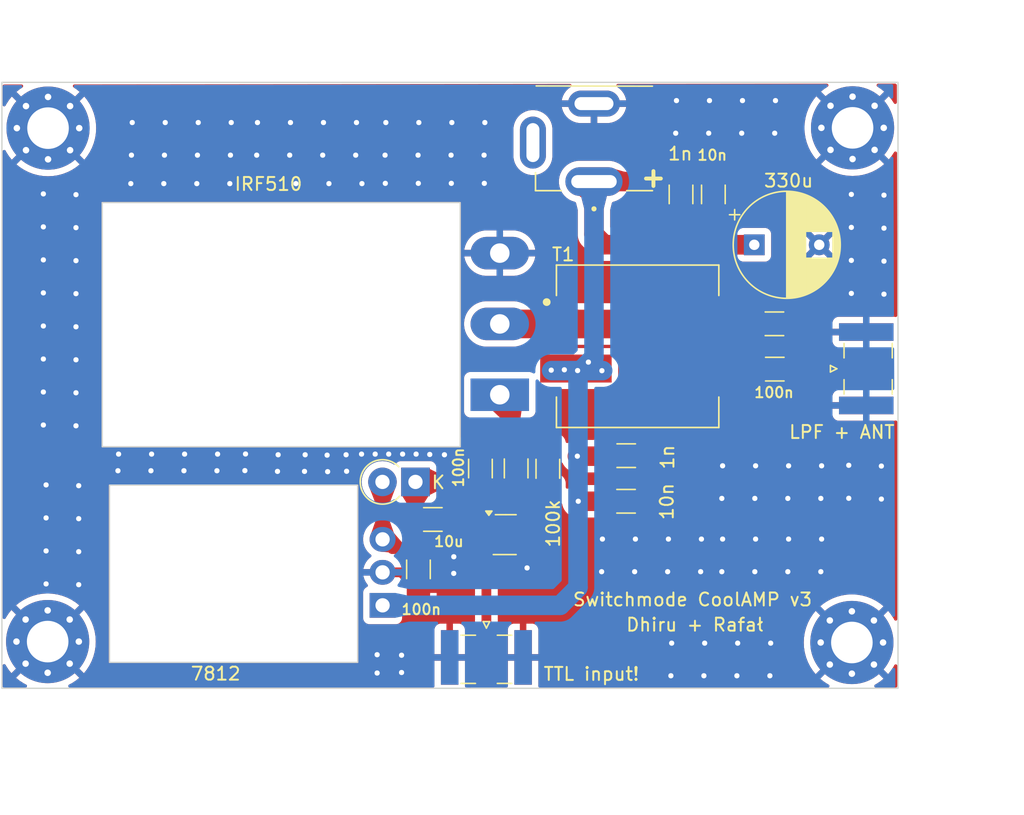
<source format=kicad_pcb>
(kicad_pcb (version 20240225) (generator "pcbnew") (generator_version "8.99")
  (layers (0 "F.Cu" signal) (31 "B.Cu" signal) (35 "F.Paste" user) (37 "F.SilkS" user "F.Silkscreen") (38 "B.Mask" user) (39 "F.Mask" user) (44 "Edge.Cuts" user))
  (net 0 "")
  (net 1 "GND")
  (net 2 "Net-(Q1-G)")
  (net 3 "/DRAIN")
  (net 4 "Net-(RF_OUT1-In)")
  (net 6 "Net-(D1-A)")
  (net 7 "11.5V")
  (net 8 "Net-(U2-OUT)")
  (net 9 "Net-(RF_IN1-In)")
  (net 10 "Net-(C3-Pad2)")
  (net 11 "+VDC")
  (footprint "MountingHole:MountingHole_3.2mm_M3_Pad_Via" (layer "F.Cu") (at 141.8 105.72)
    (property "Reference" "H3" (hide yes))
    (property "Value" "MountingHole_Pad" (hide yes))
    (pad "1" thru_hole circle (at -2.4 0) (size 0.8 0.8) (drill 0.5) (layers "*.Cu" "*.Mask") (net 1 "GND"))
    (pad "1" thru_hole circle (at -1.697056 -1.697056) (size 0.8 0.8) (drill 0.5) (layers "*.Cu" "*.Mask") (net 1 "GND"))
    (pad "1" thru_hole circle (at -1.697056 1.697056) (size 0.8 0.8) (drill 0.5) (layers "*.Cu" "*.Mask") (net 1 "GND"))
    (pad "1" thru_hole circle (at 0 -2.4) (size 0.8 0.8) (drill 0.5) (layers "*.Cu" "*.Mask") (net 1 "GND"))
    (pad "1" thru_hole circle (at 0 0) (size 6.4 6.4) (drill 3.2) (layers "*.Cu" "*.Mask") (net 1 "GND"))
    (pad "1" thru_hole circle (at 0 2.4) (size 0.8 0.8) (drill 0.5) (layers "*.Cu" "*.Mask") (net 1 "GND"))
    (pad "1" thru_hole circle (at 1.697056 -1.697056) (size 0.8 0.8) (drill 0.5) (layers "*.Cu" "*.Mask") (net 1 "GND"))
    (pad "1" thru_hole circle (at 1.697056 1.697056) (size 0.8 0.8) (drill 0.5) (layers "*.Cu" "*.Mask") (net 1 "GND"))
    (pad "1" thru_hole circle (at 2.4 0) (size 0.8 0.8) (drill 0.5) (layers "*.Cu" "*.Mask") (net 1 "GND"))
  )
  (footprint "Connector_Coaxial:SMA_Samtec_SMA-J-P-X-ST-EM1_EdgeMount" (layer "F.Cu") (at 204.8075 84.72 90)
    (property "Reference" "RF_OUT1" (hide yes))
    (property "Value" "SMA" (hide yes))
    (pad "1" smd rect (at 0 0.2 90) (size 1.27 3.6) (layers "F.Cu" "F.Paste" "F.Mask") (net 4 "Net-(RF_OUT1-In)"))
    (pad "2" smd rect (at -2.825 0 90) (size 1.35 4.2) (layers "F.Cu" "F.Paste" "F.Mask") (net 1 "GND"))
    (pad "2" smd rect (at -2.825 0 90) (size 1.35 4.2) (layers "B.Cu" "B.Paste" "B.Mask") (net 1 "GND"))
    (pad "2" smd rect (at 2.825 0 90) (size 1.35 4.2) (layers "F.Cu" "F.Paste" "F.Mask") (net 1 "GND"))
    (pad "2" smd rect (at 2.825 0 90) (size 1.35 4.2) (layers "B.Cu" "B.Paste" "B.Mask") (net 1 "GND"))
  )
  (footprint "Capacitor_SMD:C_1206_3216Metric_Pad1.33x1.80mm_HandSolder" (layer "F.Cu") (at 186.32 94.92)
    (property "Reference" "C12" (hide yes))
    (property "Value" "10n" (at 3.14 0.02 90) (layer "F.SilkS"))
    (pad "1" smd roundrect (at -1.5625 0) (size 1.325 1.8) (layers "F.Cu" "F.Paste" "F.Mask") (roundrect_rratio 0.188679) (net 11 "+VDC"))
    (pad "2" smd roundrect (at 1.5625 0) (size 1.325 1.8) (layers "F.Cu" "F.Paste" "F.Mask") (roundrect_rratio 0.188679) (net 1 "GND"))
  )
  (footprint "footprints:XKB_DC-005-5A-2.0_Modded" (layer "F.Cu") (at 183.85 64.3125 -90)
    (property "Reference" "Power1" (hide yes))
    (property "Value" "DC-005 (Barrel Jack)" (hide yes))
    (pad "1" thru_hole oval (at 6 0 270) (size 2.2 4.4) (drill oval 1 3.5) (layers "*.Cu" "*.Mask") (net 11 "+VDC"))
    (pad "2" thru_hole oval (at 0 0 270) (size 2 4) (drill oval 1 3) (layers "*.Cu" "*.Mask") (net 1 "GND"))
    (pad "3" thru_hole oval (at 3 4.7 270) (size 4 2) (drill oval 3 1) (layers "*.Cu" "*.Mask"))
  )
  (footprint "Capacitor_SMD:C_1206_3216Metric_Pad1.33x1.80mm_HandSolder" (layer "F.Cu") (at 171.45 96.32)
    (property "Reference" "C9" (hide yes))
    (property "Value" "10u" (at 1.23 1.7 180) (layer "F.SilkS") (effects (font (size 0.8 0.8))))
    (pad "1" smd roundrect (at -1.5625 0) (size 1.325 1.8) (layers "F.Cu" "F.Paste" "F.Mask") (roundrect_rratio 0.1886792453) (net 7 "11.5V"))
    (pad "2" smd roundrect (at 1.5625 0) (size 1.325 1.8) (layers "F.Cu" "F.Paste" "F.Mask") (roundrect_rratio 0.1886792453) (net 1 "GND"))
  )
  (footprint "Capacitor_SMD:C_1206_3216Metric_Pad1.33x1.80mm_HandSolder" (layer "F.Cu") (at 175.11 92.4 90)
    (property "Reference" "C4" (hide yes))
    (property "Value" "100n" (at 0.0775 -1.69 -90) (layer "F.SilkS") (effects (font (size 0.8 0.8))))
    (pad "1" smd roundrect (at -1.5625 0 90) (size 1.325 1.8) (layers "F.Cu" "F.Paste" "F.Mask") (roundrect_rratio 0.1886792453) (net 7 "11.5V"))
    (pad "2" smd roundrect (at 1.5625 0 90) (size 1.325 1.8) (layers "F.Cu" "F.Paste" "F.Mask") (roundrect_rratio 0.1886792453) (net 1 "GND"))
  )
  (footprint "MountingHole:MountingHole_3.2mm_M3_Pad_Via" (layer "F.Cu") (at 203.7 105.79)
    (property "Reference" "H4" (hide yes))
    (property "Value" "MountingHole_Pad" (hide yes))
    (pad "1" thru_hole circle (at -2.4 0) (size 0.8 0.8) (drill 0.5) (layers "*.Cu" "*.Mask") (net 1 "GND"))
    (pad "1" thru_hole circle (at -1.697056 -1.697056) (size 0.8 0.8) (drill 0.5) (layers "*.Cu" "*.Mask") (net 1 "GND"))
    (pad "1" thru_hole circle (at -1.697056 1.697056) (size 0.8 0.8) (drill 0.5) (layers "*.Cu" "*.Mask") (net 1 "GND"))
    (pad "1" thru_hole circle (at 0 -2.4) (size 0.8 0.8) (drill 0.5) (layers "*.Cu" "*.Mask") (net 1 "GND"))
    (pad "1" thru_hole circle (at 0 0) (size 6.4 6.4) (drill 3.2) (layers "*.Cu" "*.Mask") (net 1 "GND"))
    (pad "1" thru_hole circle (at 0 2.4) (size 0.8 0.8) (drill 0.5) (layers "*.Cu" "*.Mask") (net 1 "GND"))
    (pad "1" thru_hole circle (at 1.697056 -1.697056) (size 0.8 0.8) (drill 0.5) (layers "*.Cu" "*.Mask") (net 1 "GND"))
    (pad "1" thru_hole circle (at 1.697056 1.697056) (size 0.8 0.8) (drill 0.5) (layers "*.Cu" "*.Mask") (net 1 "GND"))
    (pad "1" thru_hole circle (at 2.4 0) (size 0.8 0.8) (drill 0.5) (layers "*.Cu" "*.Mask") (net 1 "GND"))
  )
  (footprint "Package_TO_SOT_THT:TO-220-3_Horizontal_TabDown" (layer "F.Cu") (at 167.58 102.93 90)
    (property "Reference" "U3" (hide yes))
    (property "Value" "LM7812_TO220" (hide yes))
    (pad "" np_thru_hole oval (at 2.54 -16.66 90) (size 3.5 3.5) (drill 3.5) (layers "*.Cu" "*.Mask"))
    (pad "1" thru_hole rect (at 0 0 90) (size 1.905 2) (drill 1.1) (layers "*.Cu" "*.Mask") (net 11 "+VDC"))
    (pad "2" thru_hole oval (at 2.54 0 90) (size 1.905 2) (drill 1.1) (layers "*.Cu" "*.Mask") (net 1 "GND"))
    (pad "3" thru_hole oval (at 5.08 0 90) (size 1.905 2) (drill 1.1) (layers "*.Cu" "*.Mask") (net 6 "Net-(D1-A)"))
  )
  (footprint "Capacitor_SMD:C_1206_3216Metric_Pad1.33x1.80mm_HandSolder" (layer "F.Cu") (at 197.74 81.26)
    (property "Reference" "C1" (hide yes))
    (property "Value" "100p" (hide yes))
    (pad "1" smd roundrect (at -1.5625 0) (size 1.325 1.8) (layers "F.Cu" "F.Paste" "F.Mask") (roundrect_rratio 0.1886792453) (net 3 "/DRAIN"))
    (pad "2" smd roundrect (at 1.5625 0) (size 1.325 1.8) (layers "F.Cu" "F.Paste" "F.Mask") (roundrect_rratio 0.1886792453) (net 1 "GND"))
  )
  (footprint "Connector_Coaxial:SMA_Samtec_SMA-J-P-X-ST-EM1_EdgeMount" (layer "F.Cu") (at 175.57 106.94)
    (property "Reference" "RF_IN1" (hide yes))
    (property "Value" "SMA" (hide yes))
    (pad "1" smd rect (at 0 0.2) (size 1.27 3.6) (layers "F.Cu" "F.Paste" "F.Mask") (net 9 "Net-(RF_IN1-In)"))
    (pad "2" smd rect (at -2.825 0) (size 1.35 4.2) (layers "F.Cu" "F.Paste" "F.Mask") (net 1 "GND"))
    (pad "2" smd rect (at -2.825 0) (size 1.35 4.2) (layers "B.Cu" "B.Paste" "B.Mask") (net 1 "GND"))
    (pad "2" smd rect (at 2.825 0) (size 1.35 4.2) (layers "F.Cu" "F.Paste" "F.Mask") (net 1 "GND"))
    (pad "2" smd rect (at 2.825 0) (size 1.35 4.2) (layers "B.Cu" "B.Paste" "B.Mask") (net 1 "GND"))
  )
  (footprint "footprints:TO-247-3_Horizontal_TabDown_Modded" (layer "F.Cu") (at 176.6 86.72 90)
    (property "Reference" "Q1" (hide yes))
    (property "Value" "IRF510" (hide yes))
    (pad "" np_thru_hole oval (at 5.45 -19.86 90) (size 3.6 3.6) (drill 3.6) (layers "*.Cu" "*.Mask"))
    (pad "1" thru_hole rect (at 0 0 90) (size 2.5 4.5) (drill 1.5) (layers "*.Cu" "*.Mask") (net 2 "Net-(Q1-G)"))
    (pad "2" thru_hole oval (at 5.45 0 90) (size 2.5 4.5) (drill 1.5) (layers "*.Cu" "*.Mask") (net 3 "/DRAIN"))
    (pad "3" thru_hole oval (at 10.9 0 90) (size 2.5 4.5) (drill 1.5) (layers "*.Cu" "*.Mask") (net 1 "GND"))
  )
  (footprint "Capacitor_SMD:C_1206_3216Metric_Pad1.33x1.80mm_HandSolder" (layer "F.Cu") (at 197.7675 84.75 180)
    (property "Reference" "C3" (hide yes))
    (property "Value" "100n" (at 0.06 -1.8 180) (layer "F.SilkS") (effects (font (size 0.8 0.8))))
    (pad "1" smd roundrect (at -1.5625 0 180) (size 1.325 1.8) (layers "F.Cu" "F.Paste" "F.Mask") (roundrect_rratio 0.1886792453) (net 4 "Net-(RF_OUT1-In)"))
    (pad "2" smd roundrect (at 1.5625 0 180) (size 1.325 1.8) (layers "F.Cu" "F.Paste" "F.Mask") (roundrect_rratio 0.1886792453) (net 10 "Net-(C3-Pad2)"))
  )
  (footprint "Diode_THT:D_DO-41_SOD81_P2.54mm_Vertical_KathodeUp" (layer "F.Cu") (at 170.11 93.43 180)
    (property "Reference" "D1" (hide yes))
    (property "Value" "1N4007" (hide yes))
    (fp_text user "K" (at -1.761766 -0.04 180) (layer "F.SilkS"))
    (pad "1" thru_hole rect (at 0 0 180) (size 2.2 2.2) (drill 1.1) (layers "*.Cu" "*.Mask") (net 7 "11.5V"))
    (pad "2" thru_hole oval (at 2.54 0 180) (size 2.2 2.2) (drill 1.1) (layers "*.Cu" "*.Mask") (net 6 "Net-(D1-A)"))
  )
  (footprint "Package_TO_SOT_SMD:TSOT-23-5_HandSoldering" (layer "F.Cu") (at 176.98 97.4625)
    (property "Reference" "U2" (hide yes))
    (property "Value" "UCC27517DBVR" (hide yes))
    (pad "1" smd roundrect (at -1.71 -0.95) (size 2 0.65) (layers "F.Cu" "F.Paste" "F.Mask") (net 7 "11.5V"))
    (pad "2" smd roundrect (at -1.71 0) (size 2 0.65) (layers "F.Cu" "F.Paste" "F.Mask") (net 1 "GND"))
    (pad "3" smd roundrect (at -1.71 0.95) (size 2 0.65) (layers "F.Cu" "F.Paste" "F.Mask") (net 9 "Net-(RF_IN1-In)"))
    (pad "4" smd roundrect (at 1.71 0.95) (size 2 0.65) (layers "F.Cu" "F.Paste" "F.Mask") (net 1 "GND"))
    (pad "5" smd roundrect (at 1.71 -0.95) (size 2 0.65) (layers "F.Cu" "F.Paste" "F.Mask") (net 8 "Net-(U2-OUT)"))
  )
  (footprint "Capacitor_THT:CP_Radial_D8.0mm_P5.00mm" (layer "F.Cu") (at 196.187349 75.18)
    (property "Reference" "C6" (hide yes))
    (property "Value" "330u" (at 2.642651 -4.93 0) (layer "F.SilkS"))
    (pad "1" thru_hole rect (at 0 0) (size 1.6 1.6) (drill 0.8) (layers "*.Cu" "*.Mask") (net 11 "+VDC"))
    (pad "2" thru_hole circle (at 5 0) (size 1.6 1.6) (drill 0.8) (layers "*.Cu" "*.Mask") (net 1 "GND"))
  )
  (footprint "footprints:IND_SRF1260A-4R7Y-Longer-Pads" (layer "F.Cu") (at 187.21 82.99)
    (property "Reference" "T1" (at -5.725 -7.065 0) (layer "F.SilkS") (effects (font (size 1.001409 1.001409))))
    (property "Value" "SRF1260A-4R7Y" (hide yes))
    (pad "1" smd rect (at -4.75 -1.715 180) (size 5.5 2.15) (layers "F.Cu" "F.Paste" "F.Mask") (net 3 "/DRAIN"))
    (pad "2" smd rect (at -4.75 1.715 180) (size 5.5 2.15) (layers "F.Cu" "F.Paste" "F.Mask") (net 11 "+VDC"))
    (pad "3" smd rect (at 4.75 1.715 180) (size 5.5 2.15) (layers "F.Cu" "F.Paste" "F.Mask") (net 10 "Net-(C3-Pad2)"))
    (pad "4" smd rect (at 4.75 -1.715 180) (size 5.5 2.15) (layers "F.Cu" "F.Paste" "F.Mask") (net 3 "/DRAIN"))
  )
  (footprint "MountingHole:MountingHole_3.2mm_M3_Pad_Via" (layer "F.Cu") (at 141.83 66.2)
    (property "Reference" "H1" (hide yes))
    (property "Value" "MountingHole_Pad" (hide yes))
    (pad "1" thru_hole circle (at -2.4 0) (size 0.8 0.8) (drill 0.5) (layers "*.Cu" "*.Mask") (net 1 "GND"))
    (pad "1" thru_hole circle (at -1.697056 -1.697056) (size 0.8 0.8) (drill 0.5) (layers "*.Cu" "*.Mask") (net 1 "GND"))
    (pad "1" thru_hole circle (at -1.697056 1.697056) (size 0.8 0.8) (drill 0.5) (layers "*.Cu" "*.Mask") (net 1 "GND"))
    (pad "1" thru_hole circle (at 0 -2.4) (size 0.8 0.8) (drill 0.5) (layers "*.Cu" "*.Mask") (net 1 "GND"))
    (pad "1" thru_hole circle (at 0 0) (size 6.4 6.4) (drill 3.2) (layers "*.Cu" "*.Mask") (net 1 "GND"))
    (pad "1" thru_hole circle (at 0 2.4) (size 0.8 0.8) (drill 0.5) (layers "*.Cu" "*.Mask") (net 1 "GND"))
    (pad "1" thru_hole circle (at 1.697056 -1.697056) (size 0.8 0.8) (drill 0.5) (layers "*.Cu" "*.Mask") (net 1 "GND"))
    (pad "1" thru_hole circle (at 1.697056 1.697056) (size 0.8 0.8) (drill 0.5) (layers "*.Cu" "*.Mask") (net 1 "GND"))
    (pad "1" thru_hole circle (at 2.4 0) (size 0.8 0.8) (drill 0.5) (layers "*.Cu" "*.Mask") (net 1 "GND"))
  )
  (footprint "Capacitor_SMD:C_1206_3216Metric_Pad1.33x1.80mm_HandSolder" (layer "F.Cu") (at 193.04 71.3 90)
    (property "Reference" "C5" (hide yes))
    (property "Value" "10n" (at 3.02 -0.09 0) (layer "F.SilkS") (effects (font (size 0.8 0.8))))
    (pad "1" smd roundrect (at -1.5625 0 90) (size 1.325 1.8) (layers "F.Cu" "F.Paste" "F.Mask") (roundrect_rratio 0.1886792453) (net 11 "+VDC"))
    (pad "2" smd roundrect (at 1.5625 0 90) (size 1.325 1.8) (layers "F.Cu" "F.Paste" "F.Mask") (roundrect_rratio 0.1886792453) (net 1 "GND"))
  )
  (footprint "Capacitor_SMD:C_1206_3216Metric_Pad1.33x1.80mm_HandSolder" (layer "F.Cu") (at 170.34 100.16 -90)
    (property "Reference" "C8" (hide yes))
    (property "Value" "100n" (at 3.0875 -0.22 180) (layer "F.SilkS") (effects (font (size 0.8 0.8))))
    (pad "1" smd roundrect (at -1.5625 0 270) (size 1.325 1.8) (layers "F.Cu" "F.Paste" "F.Mask") (roundrect_rratio 0.1886792453) (net 6 "Net-(D1-A)"))
    (pad "2" smd roundrect (at 1.5625 0 270) (size 1.325 1.8) (layers "F.Cu" "F.Paste" "F.Mask") (roundrect_rratio 0.1886792453) (net 1 "GND"))
  )
  (footprint "Capacitor_SMD:C_1206_3216Metric_Pad1.33x1.80mm_HandSolder" (layer "F.Cu") (at 190.55 71.3 90)
    (property "Reference" "C10" (hide yes))
    (property "Value" "1n" (at 3.13 -0.06 0) (layer "F.SilkS"))
    (pad "1" smd roundrect (at -1.5625 0 90) (size 1.325 1.8) (layers "F.Cu" "F.Paste" "F.Mask") (roundrect_rratio 0.1886792453) (net 11 "+VDC"))
    (pad "2" smd roundrect (at 1.5625 0 90) (size 1.325 1.8) (layers "F.Cu" "F.Paste" "F.Mask") (roundrect_rratio 0.1886792453) (net 1 "GND"))
  )
  (footprint "MountingHole:MountingHole_3.2mm_M3_Pad_Via" (layer "F.Cu") (at 203.752944 66.177944)
    (property "Reference" "H2" (hide yes))
    (property "Value" "MountingHole_Pad" (hide yes))
    (pad "1" thru_hole circle (at -2.4 0) (size 0.8 0.8) (drill 0.5) (layers "*.Cu" "*.Mask") (net 1 "GND"))
    (pad "1" thru_hole circle (at -1.697056 -1.697056) (size 0.8 0.8) (drill 0.5) (layers "*.Cu" "*.Mask") (net 1 "GND"))
    (pad "1" thru_hole circle (at -1.697056 1.697056) (size 0.8 0.8) (drill 0.5) (layers "*.Cu" "*.Mask") (net 1 "GND"))
    (pad "1" thru_hole circle (at 0 -2.4) (size 0.8 0.8) (drill 0.5) (layers "*.Cu" "*.Mask") (net 1 "GND"))
    (pad "1" thru_hole circle (at 0 0) (size 6.4 6.4) (drill 3.2) (layers "*.Cu" "*.Mask") (net 1 "GND"))
    (pad "1" thru_hole circle (at 0 2.4) (size 0.8 0.8) (drill 0.5) (layers "*.Cu" "*.Mask") (net 1 "GND"))
    (pad "1" thru_hole circle (at 1.697056 -1.697056) (size 0.8 0.8) (drill 0.5) (layers "*.Cu" "*.Mask") (net 1 "GND"))
    (pad "1" thru_hole circle (at 1.697056 1.697056) (size 0.8 0.8) (drill 0.5) (layers "*.Cu" "*.Mask") (net 1 "GND"))
    (pad "1" thru_hole circle (at 2.4 0) (size 0.8 0.8) (drill 0.5) (layers "*.Cu" "*.Mask") (net 1 "GND"))
  )
  (footprint "Resistor_SMD:R_1206_3216Metric_Pad1.30x1.75mm_HandSolder" (layer "F.Cu") (at 177.86 92.39 -90)
    (property "Reference" "R2" (hide yes))
    (property "Value" "3.3" (hide yes))
    (pad "1" smd roundrect (at -1.55 0 270) (size 1.3 1.75) (layers "F.Cu" "F.Paste" "F.Mask") (roundrect_rratio 0.1923076923) (net 2 "Net-(Q1-G)"))
    (pad "2" smd roundrect (at 1.55 0 270) (size 1.3 1.75) (layers "F.Cu" "F.Paste" "F.Mask") (roundrect_rratio 0.1923076923) (net 8 "Net-(U2-OUT)"))
  )
  (footprint "Resistor_SMD:R_1206_3216Metric_Pad1.30x1.75mm_HandSolder" (layer "F.Cu") (at 180.3 92.42 -90)
    (property "Reference" "R3" (hide yes))
    (property "Value" "100k" (at 4.21 -0.41 90) (layer "F.SilkS"))
    (pad "1" smd roundrect (at -1.55 0 270) (size 1.3 1.75) (layers "F.Cu" "F.Paste" "F.Mask") (roundrect_rratio 0.1923076923) (net 2 "Net-(Q1-G)"))
    (pad "2" smd roundrect (at 1.55 0 270) (size 1.3 1.75) (layers "F.Cu" "F.Paste" "F.Mask") (roundrect_rratio 0.1923076923) (net 1 "GND"))
  )
  (footprint "Capacitor_SMD:C_1206_3216Metric_Pad1.33x1.80mm_HandSolder" (layer "F.Cu") (at 186.3325 91.41)
    (property "Reference" "C2" (hide yes))
    (property "Value" "1n" (at 3.1775 0.11 90) (layer "F.SilkS"))
    (pad "1" smd roundrect (at -1.5625 0) (size 1.325 1.8) (layers "F.Cu" "F.Paste" "F.Mask") (roundrect_rratio 0.188679) (net 11 "+VDC"))
    (pad "2" smd roundrect (at 1.5625 0) (size 1.325 1.8) (layers "F.Cu" "F.Paste" "F.Mask") (roundrect_rratio 0.188679) (net 1 "GND"))
  )
  (gr_rect (start 138.28 62.675) (end 207.25 109.315) (stroke (width 0.1)) (fill none) (layer "Edge.Cuts"))
  (gr_rect (start 146.56 93.68) (end 165.66 107.32) (stroke (width 0.1)) (fill none) (layer "Edge.Cuts"))
  (gr_rect (start 146 71.93) (end 173.55 90.72) (stroke (width 0.1)) (fill none) (layer "Edge.Cuts"))
  (gr_text "7812" (at 152.73 108.78 0) (layer "F.SilkS") (effects (font (size 1 1)) (justify left bottom)))
  (gr_text "+" (at 187.3 70.85 0) (layer "F.SilkS") (effects (font (size 1.5 1.5) (thickness 0.3) (bold yes)) (justify left bottom)))
  (gr_text "LPF + ANT" (at 198.78 90.18 0) (layer "F.SilkS") (effects (font (size 1 1)) (justify left bottom)))
  (gr_text "TTL input!" (at 179.89 108.8 0) (layer "F.SilkS") (effects (font (size 1 1)) (justify left bottom)))
  (gr_text "Dhiru + Rafał" (at 186.24 105.01 0) (layer "F.SilkS") (effects (font (size 1 1)) (justify left bottom)))
  (gr_text "IRF510" (at 156.1 71.09 0) (layer "F.SilkS") (effects (font (size 1 1)) (justify left bottom)))
  (gr_text "Switchmode CoolAMP v3\n " (at 182.15 104.68 0) (layer "F.SilkS") (effects (font (size 1 1)) (justify left bottom)))
  (segment (start 170.34 101.7225) (end 169.0075 100.39) (width 0.75) (layer "F.Cu") (net 1))
  (segment (start 174.1825 97.4725) (end 173.07 96.36) (width 0.75) (layer "F.Cu") (net 1))
  (segment (start 169.0075 100.39) (end 167.58 100.39) (width 0.75) (layer "F.Cu") (net 1))
  (segment (start 175.44 97.4725) (end 174.1825 97.4725) (width 0.75) (layer "F.Cu") (net 1))
  (segment (start 175.44 97.4725) (end 174.562514 97.4725) (width 0.75) (layer "F.Cu") (net 1))
  (via (at 143.98 76.4) (size 0.8) (drill 0.4) (layers "F.Cu" "B.Cu") (net 1))
  (via (at 197.82 64.08) (size 0.8) (drill 0.4) (layers "F.Cu" "B.Cu") (net 1))
  (via (at 164.81 92.61) (size 0.8) (drill 0.4) (layers "F.Cu" "B.Cu") (net 1))
  (via (at 141.68 98.74) (size 0.8) (drill 0.4) (layers "F.Cu" "B.Cu") (net 1))
  (via (at 143.98 71.32) (size 0.8) (drill 0.4) (layers "F.Cu" "B.Cu") (net 1))
  (via (at 141.47 89.05) (size 0.8) (drill 0.4) (layers "F.Cu" "B.Cu") (net 1))
  (via (at 157.95 65.77) (size 0.8) (drill 0.4) (layers "F.Cu" "B.Cu") (net 1))
  (via (at 141.47 76.34) (size 0.8) (drill 0.4) (layers "F.Cu" "B.Cu") (net 1))
  (via (at 201.37 97.83) (size 0.8) (drill 0.4) (layers "F.Cu" "B.Cu") (net 1))
  (via (at 167.16 106.73) (size 0.8) (drill 0.4) (layers "F.Cu" "B.Cu") (net 1))
  (via (at 192.74 64.08) (size 0.8) (drill 0.4) (layers "F.Cu" "B.Cu") (net 1))
  (via (at 190.14 66.59) (size 0.8) (drill 0.4) (layers "F.Cu" "B.Cu") (net 1))
  (via (at 167.83 65.77) (size 0.8) (drill 0.4) (layers "F.Cu" "B.Cu") (net 1))
  (via (at 163.31 91.37) (size 0.8) (drill 0.4) (layers "F.Cu" "B.Cu") (net 1))
  (via (at 175.45 65.77) (size 0.8) (drill 0.4) (layers "F.Cu" "B.Cu") (net 1))
  (via (at 153.28 70.47) (size 0.8) (drill 0.4) (layers "F.Cu" "B.Cu") (net 1))
  (via (at 198.83 97.83) (size 0.8) (drill 0.4) (layers "F.Cu" "B.Cu") (net 1))
  (via (at 150.85 65.77) (size 0.8) (drill 0.4) (layers "F.Cu" "B.Cu") (net 1))
  (via (at 165.99 70.47) (size 0.8) (drill 0.4) (layers "F.Cu" "B.Cu") (net 1))
  (via (at 172.34 91.34) (size 0.8) (drill 0.4) (layers "F.Cu" "B.Cu") (net 1))
  (via (at 192.06 100.34) (size 0.8) (drill 0.4) (layers "F.Cu" "B.Cu") (net 1))
  (via (at 190.2 64.08) (size 0.8) (drill 0.4) (layers "F.Cu" "B.Cu") (net 1))
  (via (at 206.17 78.98) (size 0.8) (drill 0.4) (layers "F.Cu" "B.Cu") (net 1))
  (via (at 164.77 91.34) (size 0.8) (drill 0.4) (layers "F.Cu" "B.Cu") (net 1))
  (via (at 195.22 66.59) (size 0.8) (drill 0.4) (layers "F.Cu" "B.Cu") (net 1))
  (via (at 193.69 100.34) (size 0.8) (drill 0.4) (layers "F.Cu" "B.Cu") (net 1))
  (via (at 192.37 105.84) (size 0.8) (drill 0.4) (layers "F.Cu" "B.Cu") (net 1))
  (via (at 153.39 65.77) (size 0.8) (drill 0.4) (layers "F.Cu" "B.Cu") (net 1))
  (via (at 168.05 91.29) (size 0.8) (drill 0.4) (layers "F.Cu" "B.Cu") (net 1))
  (via (at 187.04 97.83) (size 0.8) (drill 0.4) (layers "F.Cu" "B.Cu") (net 1))
  (via (at 201.31 100.34) (size 0.8) (drill 0.4) (layers "F.Cu" "B.Cu") (net 1))
  (via (at 172.91 65.77) (size 0.8) (drill 0.4) (layers "F.Cu" "B.Cu") (net 1))
  (via (at 147.26 91.29) (size 0.8) (drill 0.4) (layers "F.Cu" "B.Cu") (net 1))
  (via (at 196.23 94.7) (size 0.8) (drill 0.4) (layers "F.Cu" "B.Cu") (net 1))
  (via (at 203.66 76.38) (size 0.8) (drill 0.4) (layers "F.Cu" "B.Cu") (net 1))
  (via (at 147.21 92.57) (size 0.8) (drill 0.4) (layers "F.Cu" "B.Cu") (net 1))
  (via (at 193.75 97.83) (size 0.8) (drill 0.4) (layers "F.Cu" "B.Cu") (net 1))
  (via (at 189.77 108.35) (size 0.8) (drill 0.4) (layers "F.Cu" "B.Cu") (net 1))
  (via (at 141.47 78.88) (size 0.8) (drill 0.4) (layers "F.Cu" "B.Cu") (net 1))
  (via (at 198.83 92.19) (size 0.8) (drill 0.4) (layers "F.Cu" "B.Cu") (net 1))
  (via (at 196.29 97.83) (size 0.8) (drill 0.4) (layers "F.Cu" "B.Cu") (net 1))
  (via (at 152.34 91.29) (size 0.8) (drill 0.4) (layers "F.Cu" "B.Cu") (net 1))
  (via (at 203.66 71.3) (size 0.8) (drill 0.4) (layers "F.Cu" "B.Cu") (net 1))
  (via (at 155.87 68.28) (size 0.8) (drill 0.4) (layers "F.Cu" "B.Cu") (net 1))
  (via (at 144.19 96.26) (size 0.8) (drill 0.4) (layers "F.Cu" "B.Cu") (net 1))
  (via (at 157.89 68.28) (size 0.8) (drill 0.4) (layers "F.Cu" "B.Cu") (net 1))
  (via (at 172.87 70.45) (size 0.8) (drill 0.4) (layers "F.Cu" "B.Cu") (net 1))
  (via (at 197.45 105.84) (size 0.8) (drill 0.4) (layers "F.Cu" "B.Cu") (net 1))
  (via (at 160.43 68.28) (size 0.8) (drill 0.4) (layers "F.Cu" "B.Cu") (net 1))
  (via (at 167.01 91.29) (size 0.8) (drill 0.4) (layers "F.Cu" "B.Cu") (net 1))
  (via (at 205.97 92.21) (size 0.8) (drill 0.4) (layers "F.Cu" "B.Cu") (net 1))
  (via (at 203.46 94.69) (size 0.8) (drill 0.4) (layers "F.Cu" "B.Cu") (net 1))
  (via (at 169.12 91.29) (size 0.8) (drill 0.4) (layers "F.Cu" "B.Cu") (net 1))
  (via (at 161.57 92.62) (size 0.8) (drill 0.4) (layers "F.Cu" "B.Cu") (net 1))
  (via (at 196.23 100.34) (size 0.8) (drill 0.4) (layers "F.Cu" "B.Cu") (net 1))
  (via (at 206.17 76.44) (size 0.8) (drill 0.4) (layers "F.Cu" "B.Cu") (net 1))
  (via (at 148.31 65.77) (size 0.8) (drill 0.4) (layers "F.Cu" "B.Cu") (net 1))
  (via (at 163.03 65.77) (size 0.8) (drill 0.4) (layers "F.Cu" "B.Cu") (net 1))
  (via (at 163.45 70.47) (size 0.8) (drill 0.4) (layers "F.Cu" "B.Cu") (net 1))
  (via (at 143.98 86.57) (size 0.8) (drill 0.4) (layers "F.Cu" "B.Cu") (net 1))
  (via (at 165.51 68.28) (size 0.8) (drill 0.4) (layers "F.Cu" "B.Cu") (net 1))
  (via (at 167.16 108.14) (size 0.8) (drill 0.4) (layers "F.Cu" "B.Cu") (net 1))
  (via (at 169.04 108.1) (size 0.8) (drill 0.4) (layers "F.Cu" "B.Cu") (net 1))
  (via (at 195.28 64.08) (size 0.8) (drill 0.4) (layers "F.Cu" "B.Cu") (net 1))
  (via (at 196.29 92.19) (size 0.8) (drill 0.4) (layers "F.Cu" "B.Cu") (net 1))
  (via (at 171.209837 91.316574) (size 0.8) (drill 0.4) (layers "F.Cu" "B.Cu") (net 1))
  (via (at 150.79 68.28) (size 0.8) (drill 0.4) (layers "F.Cu" "B.Cu") (net 1))
  (via (at 203.66 73.84) (size 0.8) (drill 0.4) (layers "F.Cu" "B.Cu") (net 1))
  (via (at 141.47 86.51) (size 0.8) (drill 0.4) (layers "F.Cu" "B.Cu") (net 1))
  (via (at 144.19 98.8) (size 0.8) (drill 0.4) (layers "F.Cu" "B.Cu") (net 1))
  (via (at 154.88 91.29) (size 0.8) (drill 0.4) (layers "F.Cu" "B.Cu") (net 1))
  (via (at 161.62 91.34) (size 0.8) (drill 0.4) (layers "F.Cu" "B.Cu") (net 1))
  (via (at 193.69 94.7) (size 0.8) (drill 0.4) (layers "F.Cu" "B.Cu") (net 1))
  (via (at 192.31 108.35) (size 0.8) (drill 0.4) (layers "F.Cu" "B.Cu") (net 1))
  (via (at 175.39 68.28) (size 0.8) (drill 0.4) (layers "F.Cu" "B.Cu") (net 1))
  (via (at 201.37 92.19) (size 0.8) (drill 0.4) (layers "F.Cu" "B.Cu") (net 1))
  (via (at 141.47 73.8) (size 0.8) (drill 0.4) (layers "F.Cu" "B.Cu") (net 1))
  (via (at 197.76 66.59) (size 0.8) (drill 0.4) (layers "F.Cu" "B.Cu") (net 1))
  (via (at 154.83 92.57) (size 0.8) (drill 0.4) (layers "F.Cu" "B.Cu") (net 1))
  (via (at 148.2 70.47) (size 0.8) (drill 0.4) (layers "F.Cu" "B.Cu") (net 1))
  (via (at 170.31 68.28) (size 0.8) (drill 0.4) (layers "F.Cu" "B.Cu") (net 1))
  (via (at 141.47 83.97) (size 0.8) (drill 0.4) (layers "F.Cu" "B.Cu") (net 1))
  (via (at 143.98 78.94) (size 0.8) (drill 0.4) (layers "F.Cu" "B.Cu") (net 1))
  (via (at 143.98 81.49) (size 0.8) (drill 0.4) (layers "F.Cu" "B.Cu") (net 1))
  (via (at 192.68 66.59) (size 0.8) (drill 0.4) (layers "F.Cu" "B.Cu") (net 1))
  (via (at 205.97 94.75) (size 0.8) (drill 0.4) (layers "F.Cu" "B.Cu") (net 1))
  (via (at 170.33 70.45) (size 0.8) (drill 0.4) (layers "F.Cu" "B.Cu") (net 1))
  (via (at 170.37 65.77) (size 0.8) (drill 0.4) (layers "F.Cu" "B.Cu") (net 1))
  (via (at 197.39 108.35) (size 0.8) (drill 0.4) (layers "F.Cu" "B.Cu") (net 1))
  (via (at 141.68 101.28) (size 0.8) (drill 0.4) (layers "F.Cu" "B.Cu") (net 1))
  (via (at 184.44 100.34) (size 0.8) (drill 0.4) (layers "F.Cu" "B.Cu") (net 1))
  (via (at 159.49 92.62) (size 0.8) (drill 0.4) (layers "F.Cu" "B.Cu") (net 1))
  (via (at 149.8 91.29) (size 0.8) (drill 0.4) (layers "F.Cu" "B.Cu") (net 1))
  (via (at 178.7 100.05) (size 0.8) (drill 0.4) (layers "F.Cu" "B.Cu") (net 1))
  (via (at 170.16 91.29) (size 0.8) (drill 0.4) (layers "F.Cu" "B.Cu") (net 1))
  (via (at 175.41 70.45) (size 0.8) (drill 0.4) (layers "F.Cu" "B.Cu") (net 1))
  (via (at 184.5 97.83) (size 0.8) (drill 0.4) (layers "F.Cu" "B.Cu") (net 1))
  (via (at 152.29 92.57) (size 0.8) (drill 0.4) (layers "F.Cu" "B.Cu") (net 1))
  (via (at 194.85 108.35) (size 0.8) (drill 0.4) (layers "F.Cu" "B.Cu") (net 1))
  (via (at 189.58 97.83) (size 0.8) (drill 0.4) (layers "F.Cu" "B.Cu") (net 1))
  (via (at 162.97 68.28) (size 0.8) (drill 0.4) (layers "F.Cu" "B.Cu") (net 1))
  (via (at 150.74 70.47) (size 0.8) (drill 0.4) (layers "F.Cu" "B.Cu") (net 1))
  (via (at 155.82 70.47) (size 0.8) (drill 0.4) (layers "F.Cu" "B.Cu") (net 1))
  (via (at 167.79 70.45) (size 0.8) (drill 0.4) (layers "F.Cu" "B.Cu") (net 1))
  (via (at 167.77 68.28) (size 0.8) (drill 0.4) (layers "F.Cu" "B.Cu") (net 1))
  (via (at 143.98 73.86) (size 0.8) (drill 0.4) (layers "F.Cu" "B.Cu") (net 1))
  (via (at 159.54 91.34) (size 0.8) (drill 0.4) (layers "F.Cu" "B.Cu") (net 1))
  (via (at 144.19 101.34) (size 0.8) (drill 0.4) (layers "F.Cu" "B.Cu") (net 1))
  (via (at 173.054721 100.470673) (size 0.8) (drill 0.4) (layers "F.Cu" "B.Cu") (net 1))
  (via (at 160.91 70.47) (size 0.8) (drill 0.4) (layers "F.Cu" "B.Cu") (net 1))
  (via (at 206.17 71.36) (size 0.8) (drill 0.4) (layers "F.Cu" "B.Cu") (net 1))
  (via (at 173.06 99.19) (size 0.8) (drill 0.4) (layers "F.Cu" "B.Cu") (net 1))
  (via (at 160.49 65.77) (size 0.8) (drill 0.4) (layers "F.Cu" "B.Cu") (net 1))
  (via (at 201.31 94.7) (size 0.8) (drill 0.4) (layers "F.Cu" "B.Cu") (net 1))
  (via (at 157.03 91.28) (size 0.8) (drill 0.4) (layers "F.Cu" "B.Cu") (net 1))
  (via (at 163.35 92.64) (size 0.8) (drill 0.4) (layers "F.Cu" "B.Cu") (net 1))
  (via (at 143.98 84.03) (size 0.8) (drill 0.4) (layers "F.Cu" "B.Cu") (net 1))
  (via (at 149.75 92.57) (size 0.8) (drill 0.4) (layers "F.Cu" "B.Cu") (net 1))
  (via (at 189.52 100.34) (size 0.8) (drill 0.4) (layers "F.Cu" "B.Cu") (net 1))
  (via (at 141.47 81.43) (size 0.8) (drill 0.4) (layers "F.Cu" "B.Cu") (net 1))
  (via (at 203.66 78.92) (size 0.8) (drill 0.4) (layers "F.Cu" "B.Cu") (net 1))
  (via (at 155.93 65.77) (size 0.8) (drill 0.4) (layers "F.Cu" "B.Cu") (net 1))
  (via (at 169.04 106.77) (size 0.8) (drill 0.4) (layers "F.Cu" "B.Cu") (net 1))
  (via (at 198.77 100.34) (size 0.8) (drill 0.4) (layers "F.Cu" "B.Cu") (net 1))
  (via (at 165.96 91.29) (size 0.8) (drill 0.4) (layers "F.Cu" "B.Cu") (net 1))
  (via (at 206.17 73.9) (size 0.8) (drill 0.4) (layers "F.Cu" "B.Cu") (net 1))
  (via (at 141.68 93.66) (size 0.8) (drill 0.4) (layers "F.Cu" "B.Cu") (net 1))
  (via (at 148.25 68.28) (size 0.8) (drill 0.4) (layers "F.Cu" "B.Cu") (net 1))
  (via (at 141.68 96.2) (size 0.8) (drill 0.4) (layers "F.Cu" "B.Cu") (net 1))
  (via (at 198.77 94.7) (size 0.8) (drill 0.4) (layers "F.Cu" "B.Cu") (net 1))
  (via (at 144.19 93.72) (size 0.8) (drill 0.4) (layers "F.Cu" "B.Cu") (net 1))
  (via (at 193.75 92.19) (size 0.8) (drill 0.4) (layers "F.Cu" "B.Cu") (net 1))
  (via (at 141.47 71.26) (size 0.8) (drill 0.4) (layers "F.Cu" "B.Cu") (net 1))
  (via (at 165.57 65.77) (size 0.8) (drill 0.4) (layers "F.Cu" "B.Cu") (net 1))
  (via (at 143.98 89.11) (size 0.8) (drill 0.4) (layers "F.Cu" "B.Cu") (net 1))
  (via (at 153.33 68.28) (size 0.8) (drill 0.4) (layers "F.Cu" "B.Cu") (net 1))
  (via (at 203.46 92.15) (size 0.8) (drill 0.4) (layers "F.Cu" "B.Cu") (net 1))
  (via (at 172.85 68.28) (size 0.8) (drill 0.4) (layers "F.Cu" "B.Cu") (net 1))
  (via (at 192.12 97.83) (size 0.8) (drill 0.4) (layers "F.Cu" "B.Cu") (net 1))
  (via (at 189.83 105.84) (size 0.8) (drill 0.4) (layers "F.Cu" "B.Cu") (net 1))
  (via (at 194.91 105.84) (size 0.8) (drill 0.4) (layers "F.Cu" "B.Cu") (net 1))
  (via (at 186.98 100.34) (size 0.8) (drill 0.4) (layers "F.Cu" "B.Cu") (net 1))
  (via (at 156.98 92.56) (size 0.8) (drill 0.4) (layers "F.Cu" "B.Cu") (net 1))
  (segment (start 177.63 90.49) (end 177.93 90.79) (width 1) (layer "F.Cu") (net 2))
  (segment (start 177.86 90.84) (end 180.27 90.84) (width 1) (layer "F.Cu") (net 2))
  (segment (start 177.63 86.87) (end 177.63 90.49) (width 1) (layer "F.Cu") (net 2))
  (segment (start 191.96 81.275) (end 196.1625 81.275) (width 1.5) (layer "F.Cu") (net 3))
  (segment (start 176.6 81.27) (end 182.455 81.27) (width 2.2) (layer "F.Cu") (net 3))
  (segment (start 182.455 81.27) (end 182.46 81.275) (width 2.2) (layer "F.Cu") (net 3))
  (segment (start 182.46 81.275) (end 191.96 81.275) (width 2.2) (layer "F.Cu") (net 3))
  (segment (start 196.1625 81.275) (end 196.1775 81.26) (width 1.5) (layer "F.Cu") (net 3))
  (segment (start 199.33 84.75) (end 204.9775 84.75) (width 2.2) (layer "F.Cu") (net 4))
  (segment (start 168.3275 98.5975) (end 167.58 97.85) (width 0.75) (layer "F.Cu") (net 6))
  (segment (start 170.34 98.5975) (end 168.3275 98.5975) (width 0.75) (layer "F.Cu") (net 6))
  (segment (start 167.58 97.85) (end 167.58 93.6) (width 0.75) (layer "F.Cu") (net 6))
  (segment (start 170.11 93.43) (end 174.5775 93.43) (width 1) (layer "F.Cu") (net 7))
  (segment (start 174.5775 93.43) (end 175.11 93.9625) (width 1) (layer "F.Cu") (net 7))
  (segment (start 175.44 94.61) (end 175.44 96.5225) (width 0.75) (layer "F.Cu") (net 7))
  (segment (start 170.0975 96.33) (end 170.0975 93.4425) (width 0.75) (layer "F.Cu") (net 7))
  (segment (start 177.86 93.94) (end 177.86 95.6825) (width 1) (layer "F.Cu") (net 8))
  (segment (start 177.86 95.6825) (end 178.69 96.5125) (width 1) (layer "F.Cu") (net 8))
  (segment (start 175.57 98.5525) (end 175.44 98.4225) (width 0.75) (layer "F.Cu") (net 9))
  (segment (start 175.57 107.14) (end 175.57 98.5525) (width 0.75) (layer "F.Cu") (net 9))
  (segment (start 191.96 84.705) (end 196.16 84.705) (width 2.2) (layer "F.Cu") (net 10))
  (segment (start 186.11 75.17) (end 184.65 75.17) (width 1.5) (layer "F.Cu") (net 11))
  (segment (start 193.07 75.17) (end 191.16 75.17) (width 1.5) (layer "F.Cu") (net 11))
  (segment (start 186.12 75.18) (end 196.187349 75.18) (width 1.5) (layer "F.Cu") (net 11))
  (segment (start 191.16 75.17) (end 190.57 75.17) (width 1.5) (layer "F.Cu") (net 11))
  (segment (start 183.85 74.37) (end 183.85 70.3125) (width 1.5) (layer "F.Cu") (net 11))
  (segment (start 183.27 70.8925) (end 183.85 70.3125) (width 1.5) (layer "F.Cu") (net 11))
  (segment (start 186.11 75.17) (end 186.12 75.18) (width 1.5) (layer "F.Cu") (net 11))
  (segment (start 190.55 72.8625) (end 190.55 75.15) (width 1.5) (layer "F.Cu") (net 11))
  (segment (start 195.33 75.17) (end 193.07 75.17) (width 1.5) (layer "F.Cu") (net 11))
  (segment (start 182.64 94.92) (end 184.7575 94.92) (width 1.5) (layer "F.Cu") (net 11))
  (segment (start 192.27 75.17) (end 192.28 75.18) (width 1.5) (layer "F.Cu") (net 11))
  (segment (start 193.04 72.8625) (end 193.04 75.14) (width 1.5) (layer "F.Cu") (net 11))
  (segment (start 186.56 70.3125) (end 186.6 70.3525) (width 1.5) (layer "F.Cu") (net 11))
  (segment (start 193.04 75.14) (end 193.07 75.17) (width 1.5) (layer "F.Cu") (net 11))
  (segment (start 191.16 75.17) (end 192.27 75.17) (width 1.5) (layer "F.Cu") (net 11))
  (segment (start 182.57 91.45) (end 184.73 91.45) (width 1.5) (layer "F.Cu") (net 11))
  (segment (start 190.57 75.17) (end 186.11 75.17) (width 1.5) (layer "F.Cu") (net 11))
  (segment (start 183.85 70.3125) (end 186.56 70.3125) (width 1.5) (layer "F.Cu") (net 11))
  (segment (start 190.55 75.15) (end 190.57 75.17) (width 1.5) (layer "F.Cu") (net 11))
  (segment (start 184.65 75.17) (end 183.85 74.37) (width 1.5) (layer "F.Cu") (net 11))
  (via (at 181.57 84.8) (size 0.8) (drill 0.4) (layers "F.Cu" "B.Cu") (net 11))
  (via (at 184.46 84.87) (size 0.8) (drill 0.4) (layers "F.Cu" "B.Cu") (net 11))
  (via (at 182.57 91.45) (size 0.8) (drill 0.4) (layers "F.Cu" "B.Cu") (net 11))
  (via (at 182.64 94.92) (size 0.8) (drill 0.4) (layers "F.Cu" "B.Cu") (net 11))
  (via (at 182.59 84.86) (size 0.8) (drill 0.4) (layers "F.Cu" "B.Cu") (net 11))
  (via (at 183.42 84.21) (size 0.8) (drill 0.4) (layers "F.Cu" "B.Cu") (net 11))
  (via (at 180.56 84.83) (size 0.8) (drill 0.4) (layers "F.Cu" "B.Cu") (net 11))
  (segment (start 183.85 83.84) (end 183.85 70.3125) (width 1.5) (layer "B.Cu") (net 11))
  (segment (start 167.58 102.93) (end 181.25 102.93) (width 1.5) (layer "B.Cu") (net 11))
  (segment (start 182.62 85.07) (end 183.85 83.84) (width 1.5) (layer "B.Cu") (net 11))
  (segment (start 181.25 102.93) (end 182.62 101.56) (width 1.5) (layer "B.Cu") (net 11))
  (segment (start 182.59 84.86) (end 180.59 84.86) (width 1.5) (layer "B.Cu") (net 11))
  (segment (start 182.62 101.56) (end 182.62 85.07) (width 1.5) (layer "B.Cu") (net 11))
  (segment (start 182.59 84.86) (end 184.52 84.86) (width 1.5) (layer "B.Cu") (net 11))
  (zone (net 1) (net_name "GND") (layer "F.Cu") (connect_pads (clearance 0.5)) (min_thickness 0.25) (fill yes (thermal_gap 0.5) (thermal_bridge_width 0.5))
    (polygon (pts (xy 207.32 109.286) (xy 138.3346 109.353) (xy 138.1746 62.84) (xy 207.16 62.773)))
  )
  (zone (net 1) (net_name "GND") (layer "B.Cu") (connect_pads (clearance 0.5)) (min_thickness 0.25) (fill yes (thermal_gap 0.5) (thermal_bridge_width 0.5) (island_removal_mode 1) (island_area_min 10))
    (polygon (pts (xy 207.045 109.336) (xy 138.2978 109.3998) (xy 138.132114 62.883373) (xy 206.879314 62.809573)))
  )
)
</source>
